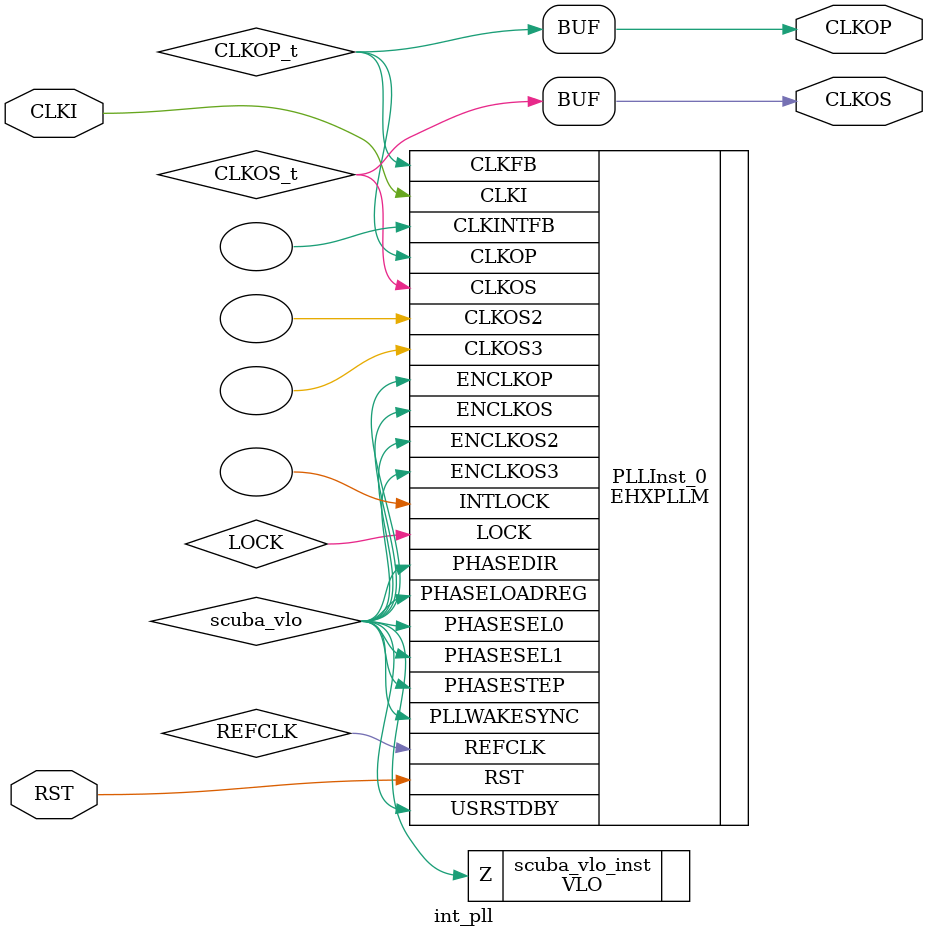
<source format=v>
/* Verilog netlist generated by SCUBA Diamond (64-bit) 3.13.0.56.2 */
/* Module Version: 5.7 */
/* C:\lscc\diamond\3.13\ispfpga\bin\nt64\scuba.exe -w -n int_pll -lang verilog -synth synplify -bus_exp 7 -bb -arch sn5w00 -type pll -fin 24 -fclkop 78 -fclkop_tol 10.0 -fclkos 78 -fclkos_tol 10.0 -phases 0 -phase_cntl STATIC -rst -fb_mode 1 -bw HIGH -fdc C:/jarsulk-pco/projects/CrossLink-IR-Camera-CSI2-Interface/impl2_pll_gpio_test/ips/int_pll/int_pll.fdc  */
/* Wed Oct 02 17:37:33 2024 */


`timescale 1 ns / 1 ps
module int_pll (CLKI, RST, CLKOP, CLKOS)/* synthesis NGD_DRC_MASK=1 */;
    input wire CLKI;
    input wire RST;
    output wire CLKOP;
    output wire CLKOS;

    wire REFCLK;
    wire LOCK;
    wire CLKOS_t;
    wire CLKOP_t;
    wire scuba_vhi;
    wire scuba_vlo;

    VHI scuba_vhi_inst (.Z(scuba_vhi));

    VLO scuba_vlo_inst (.Z(scuba_vlo));

    defparam PLLInst_0.PLLRST_ENA = "ENABLED" ;
    defparam PLLInst_0.INTFB_WAKE = "DISABLED" ;
    defparam PLLInst_0.STDBY_ENABLE = "DISABLED" ;
    defparam PLLInst_0.DPHASE_SOURCE = "DISABLED" ;
    defparam PLLInst_0.CLKOS3_FPHASE = 0 ;
    defparam PLLInst_0.CLKOS3_CPHASE = 0 ;
    defparam PLLInst_0.CLKOS2_FPHASE = 0 ;
    defparam PLLInst_0.CLKOS2_CPHASE = 0 ;
    defparam PLLInst_0.CLKOS_FPHASE = 0 ;
    defparam PLLInst_0.CLKOS_CPHASE = 11 ;
    defparam PLLInst_0.CLKOP_FPHASE = 0 ;
    defparam PLLInst_0.CLKOP_CPHASE = 12 ;
    defparam PLLInst_0.PLL_LOCK_MODE = 0 ;
    defparam PLLInst_0.CLKOS_TRIM_DELAY = 0 ;
    defparam PLLInst_0.CLKOS_TRIM_POL = "FALLING" ;
    defparam PLLInst_0.CLKOP_TRIM_DELAY = 0 ;
    defparam PLLInst_0.CLKOP_TRIM_POL = "FALLING" ;
    defparam PLLInst_0.OUTDIVIDER_MUXD = "DIVD" ;
    defparam PLLInst_0.CLKOS3_ENABLE = "DISABLED" ;
    defparam PLLInst_0.OUTDIVIDER_MUXC = "DIVC" ;
    defparam PLLInst_0.CLKOS2_ENABLE = "DISABLED" ;
    defparam PLLInst_0.OUTDIVIDER_MUXB = "DIVB" ;
    defparam PLLInst_0.CLKOS_ENABLE = "ENABLED" ;
    defparam PLLInst_0.OUTDIVIDER_MUXA = "DIVA" ;
    defparam PLLInst_0.CLKOP_ENABLE = "ENABLED" ;
    defparam PLLInst_0.CLKOS3_DIV = 1 ;
    defparam PLLInst_0.CLKOS2_DIV = 1 ;
    defparam PLLInst_0.CLKOS_DIV = 12 ;
    defparam PLLInst_0.CLKOP_DIV = 13 ;
    defparam PLLInst_0.CLKFB_DIV = 3 ;
    defparam PLLInst_0.CLKI_DIV = 1 ;
    defparam PLLInst_0.FEEDBK_PATH = "CLKOP" ;
    EHXPLLM PLLInst_0 (.CLKI(CLKI), .CLKFB(CLKOP_t), .PHASESEL1(scuba_vlo), 
        .PHASESEL0(scuba_vlo), .PHASEDIR(scuba_vlo), .PHASESTEP(scuba_vlo), 
        .PHASELOADREG(scuba_vlo), .USRSTDBY(scuba_vlo), .PLLWAKESYNC(scuba_vlo), 
        .RST(RST), .ENCLKOP(scuba_vlo), .ENCLKOS(scuba_vlo), .ENCLKOS2(scuba_vlo), 
        .ENCLKOS3(scuba_vlo), .CLKOP(CLKOP_t), .CLKOS(CLKOS_t), .CLKOS2(), 
        .CLKOS3(), .LOCK(LOCK), .INTLOCK(), .REFCLK(REFCLK), .CLKINTFB())
             /* synthesis FREQUENCY_PIN_CLKOS="78.000000" */
             /* synthesis FREQUENCY_PIN_CLKOP="72.000000" */
             /* synthesis FREQUENCY_PIN_CLKI="24.000000" */
             /* synthesis ICP_CURRENT="9" */
             /* synthesis LPF_RESISTOR="32" */;

    assign CLKOS = CLKOS_t;
    assign CLKOP = CLKOP_t;


    // exemplar begin
    // exemplar attribute PLLInst_0 FREQUENCY_PIN_CLKOS 78.000000
    // exemplar attribute PLLInst_0 FREQUENCY_PIN_CLKOP 72.000000
    // exemplar attribute PLLInst_0 FREQUENCY_PIN_CLKI 24.000000
    // exemplar attribute PLLInst_0 ICP_CURRENT 9
    // exemplar attribute PLLInst_0 LPF_RESISTOR 32
    // exemplar end

endmodule

</source>
